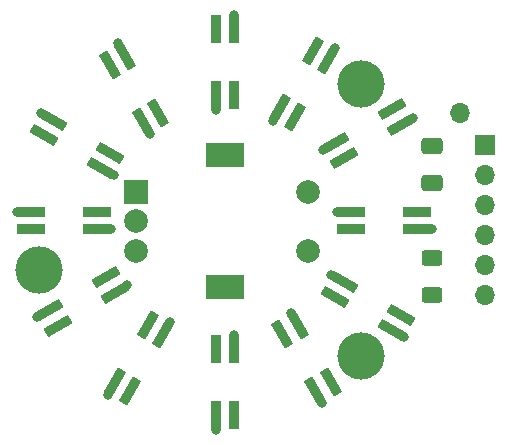
<source format=gbs>
%TF.GenerationSoftware,KiCad,Pcbnew,(6.0.2)*%
%TF.CreationDate,2022-04-19T04:36:19+10:00*%
%TF.ProjectId,adapter,61646170-7465-4722-9e6b-696361645f70,1.2*%
%TF.SameCoordinates,Original*%
%TF.FileFunction,Soldermask,Bot*%
%TF.FilePolarity,Negative*%
%FSLAX46Y46*%
G04 Gerber Fmt 4.6, Leading zero omitted, Abs format (unit mm)*
G04 Created by KiCad (PCBNEW (6.0.2)) date 2022-04-19 04:36:19*
%MOMM*%
%LPD*%
G01*
G04 APERTURE LIST*
G04 Aperture macros list*
%AMRoundRect*
0 Rectangle with rounded corners*
0 $1 Rounding radius*
0 $2 $3 $4 $5 $6 $7 $8 $9 X,Y pos of 4 corners*
0 Add a 4 corners polygon primitive as box body*
4,1,4,$2,$3,$4,$5,$6,$7,$8,$9,$2,$3,0*
0 Add four circle primitives for the rounded corners*
1,1,$1+$1,$2,$3*
1,1,$1+$1,$4,$5*
1,1,$1+$1,$6,$7*
1,1,$1+$1,$8,$9*
0 Add four rect primitives between the rounded corners*
20,1,$1+$1,$2,$3,$4,$5,0*
20,1,$1+$1,$4,$5,$6,$7,0*
20,1,$1+$1,$6,$7,$8,$9,0*
20,1,$1+$1,$8,$9,$2,$3,0*%
%AMRotRect*
0 Rectangle, with rotation*
0 The origin of the aperture is its center*
0 $1 length*
0 $2 width*
0 $3 Rotation angle, in degrees counterclockwise*
0 Add horizontal line*
21,1,$1,$2,0,0,$3*%
G04 Aperture macros list end*
%ADD10R,2.000000X2.000000*%
%ADD11C,2.000000*%
%ADD12R,3.200000X2.000000*%
%ADD13R,1.700000X1.700000*%
%ADD14O,1.700000X1.700000*%
%ADD15C,4.000000*%
%ADD16RoundRect,0.250000X-0.650000X0.412500X-0.650000X-0.412500X0.650000X-0.412500X0.650000X0.412500X0*%
%ADD17RotRect,2.400000X0.820000X60.000000*%
%ADD18C,0.800000*%
%ADD19RotRect,2.400000X0.820000X120.000000*%
%ADD20R,0.820000X2.400000*%
%ADD21RotRect,2.400000X0.820000X300.000000*%
%ADD22R,2.400000X0.820000*%
%ADD23RotRect,2.400000X0.820000X240.000000*%
%ADD24RotRect,2.400000X0.820000X210.000000*%
%ADD25RotRect,2.400000X0.820000X30.000000*%
%ADD26RoundRect,0.250000X0.625000X-0.400000X0.625000X0.400000X-0.625000X0.400000X-0.625000X-0.400000X0*%
%ADD27RotRect,2.400000X0.820000X150.000000*%
%ADD28RotRect,2.400000X0.820000X330.000000*%
G04 APERTURE END LIST*
D10*
%TO.C,SW1*%
X45000000Y-41100000D03*
D11*
X45000000Y-46100000D03*
X45000000Y-43600000D03*
D12*
X52500000Y-38000000D03*
X52500000Y-49200000D03*
D11*
X59500000Y-46100000D03*
X59500000Y-41100000D03*
%TD*%
D13*
%TO.C,J2*%
X74550000Y-37180000D03*
D14*
X74550000Y-39720000D03*
X74550000Y-42260000D03*
X74550000Y-44800000D03*
X74550000Y-47340000D03*
X74550000Y-49880000D03*
X74550000Y-49880000D03*
%TD*%
%TO.C,*%
X72381000Y-34420000D03*
%TD*%
D15*
%TO.C,*%
X64000000Y-55000000D03*
%TD*%
%TO.C,*%
X36750000Y-47750000D03*
%TD*%
%TO.C,*%
X64000000Y-32000000D03*
%TD*%
D16*
%TO.C,C*%
X70000000Y-37272500D03*
X70000000Y-40397500D03*
%TD*%
D17*
%TO.C,REF\u002A\u002A*%
X47249519Y-53150129D03*
D18*
X47849519Y-52110898D03*
D17*
X45950481Y-52400129D03*
X43150481Y-57249871D03*
D18*
X42550481Y-58289102D03*
D17*
X44449519Y-57999871D03*
%TD*%
D18*
%TO.C,REF\u002A\u002A*%
X58049519Y-51360898D03*
D19*
X58649519Y-52400129D03*
X57350481Y-53150129D03*
D18*
X60750481Y-59039102D03*
D19*
X60150481Y-57999871D03*
X61449519Y-57249871D03*
%TD*%
D20*
%TO.C,REF\u002A\u002A*%
X51740000Y-32955000D03*
D18*
X51740000Y-34155000D03*
D20*
X53240000Y-32955000D03*
D18*
X53240000Y-26155000D03*
D20*
X53240000Y-27355000D03*
X51740000Y-27355000D03*
%TD*%
D18*
%TO.C,REF\u002A\u002A*%
X46150481Y-36239102D03*
D21*
X45550481Y-35199871D03*
X46849519Y-34449871D03*
D18*
X43449519Y-28560898D03*
D21*
X44049519Y-29600129D03*
X42750481Y-30350129D03*
%TD*%
D18*
%TO.C,REF\u002A\u002A*%
X42870000Y-44310000D03*
D22*
X41670000Y-44310000D03*
X41670000Y-42810000D03*
D18*
X34870000Y-42810000D03*
D22*
X36070000Y-42810000D03*
X36070000Y-44310000D03*
%TD*%
D18*
%TO.C,REF\u002A\u002A*%
X61980000Y-42810000D03*
D22*
X63180000Y-42810000D03*
X63180000Y-44310000D03*
D18*
X69980000Y-44310000D03*
D22*
X68780000Y-44310000D03*
X68780000Y-42810000D03*
%TD*%
D23*
%TO.C,REF\u002A\u002A*%
X57150481Y-34049871D03*
D18*
X56550481Y-35089102D03*
D23*
X58449519Y-34799871D03*
D18*
X61849519Y-28910898D03*
D23*
X61249519Y-29950129D03*
X59950481Y-29200129D03*
%TD*%
D20*
%TO.C,REF\u002A\u002A*%
X53240000Y-54460000D03*
D18*
X53240000Y-53260000D03*
D20*
X51740000Y-54460000D03*
D18*
X51740000Y-61260000D03*
D20*
X51740000Y-60060000D03*
X53240000Y-60060000D03*
%TD*%
D18*
%TO.C,REF\u002A\u002A*%
X60760898Y-37550481D03*
D24*
X61800129Y-36950481D03*
X62550129Y-38249519D03*
D18*
X68439102Y-34849519D03*
D24*
X67399871Y-35449519D03*
X66649871Y-34150481D03*
%TD*%
D25*
%TO.C,REF\u002A\u002A*%
X43199871Y-49649519D03*
D18*
X44239102Y-49049519D03*
D25*
X42449871Y-48350481D03*
X37600129Y-51150481D03*
D18*
X36560898Y-51750481D03*
D25*
X38350129Y-52449519D03*
%TD*%
D26*
%TO.C,R*%
X70000000Y-46750000D03*
X70000000Y-49850000D03*
%TD*%
D18*
%TO.C,REF\u002A\u002A*%
X61510898Y-48150481D03*
D27*
X62550129Y-48750481D03*
X61800129Y-50049519D03*
D18*
X67689102Y-53449519D03*
D27*
X66649871Y-52849519D03*
X67399871Y-51550481D03*
%TD*%
D18*
%TO.C,REF\u002A\u002A*%
X43069102Y-39729519D03*
D28*
X42029871Y-39129519D03*
X42779871Y-37830481D03*
X37930129Y-35030481D03*
D18*
X36890898Y-34430481D03*
D28*
X37180129Y-36329519D03*
%TD*%
M02*

</source>
